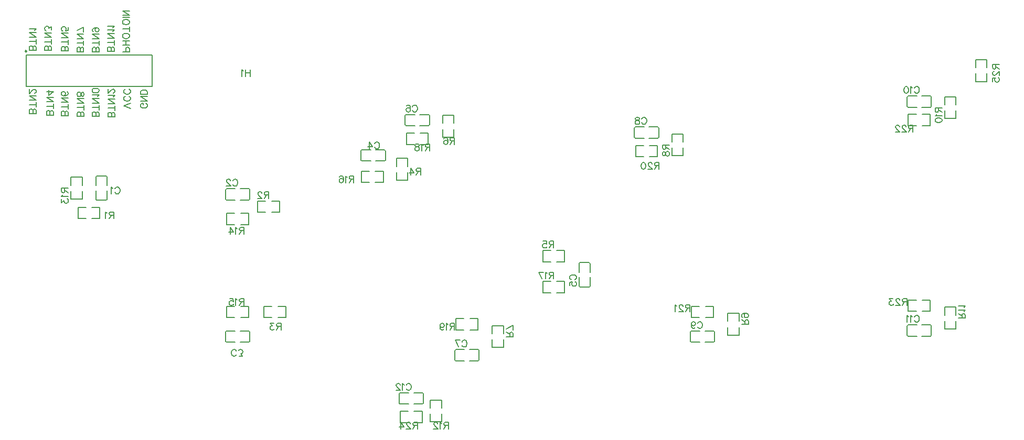
<source format=gbo>
G04 Layer: BottomSilkscreenLayer*
G04 EasyEDA v6.5.38, 2023-12-05 17:56:17*
G04 681b97978217455484aa44bc4d5c6028,9f3f2715377c499da2f37e4e16011465,10*
G04 Gerber Generator version 0.2*
G04 Scale: 100 percent, Rotated: No, Reflected: No *
G04 Dimensions in millimeters *
G04 leading zeros omitted , absolute positions ,4 integer and 5 decimal *
%FSLAX45Y45*%
%MOMM*%

%ADD10C,0.1524*%
%ADD11C,0.2032*%
%ADD12C,0.2540*%

%LPD*%
D10*
X5699988Y9365320D02*
G01*
X5699988Y9256217D01*
X5699988Y9365320D02*
G01*
X5653229Y9365320D01*
X5637644Y9360126D01*
X5632447Y9354929D01*
X5627253Y9344538D01*
X5627253Y9334146D01*
X5632447Y9323755D01*
X5637644Y9318561D01*
X5653229Y9313367D01*
X5699988Y9313367D01*
X5663620Y9313367D02*
G01*
X5627253Y9256217D01*
X5592963Y9344538D02*
G01*
X5582572Y9349734D01*
X5566984Y9365320D01*
X5566984Y9256217D01*
X5480740Y9365320D02*
G01*
X5532694Y9292584D01*
X5454764Y9292584D01*
X5480740Y9365320D02*
G01*
X5480740Y9256217D01*
X2346012Y12226607D02*
G01*
X2236909Y12226607D01*
X2346012Y12226607D02*
G01*
X2346012Y12273366D01*
X2340818Y12288951D01*
X2335621Y12294148D01*
X2325230Y12299342D01*
X2314839Y12299342D01*
X2304448Y12294148D01*
X2299253Y12288951D01*
X2294059Y12273366D01*
X2294059Y12226607D02*
G01*
X2294059Y12273366D01*
X2288862Y12288951D01*
X2283668Y12294148D01*
X2273277Y12299342D01*
X2257689Y12299342D01*
X2247298Y12294148D01*
X2242103Y12288951D01*
X2236909Y12273366D01*
X2236909Y12226607D01*
X2346012Y12370003D02*
G01*
X2236909Y12370003D01*
X2346012Y12333632D02*
G01*
X2346012Y12406370D01*
X2346012Y12440660D02*
G01*
X2236909Y12440660D01*
X2346012Y12440660D02*
G01*
X2236909Y12513396D01*
X2346012Y12513396D02*
G01*
X2236909Y12513396D01*
X2325230Y12547686D02*
G01*
X2330427Y12558077D01*
X2346012Y12573662D01*
X2236909Y12573662D01*
X2593883Y12224575D02*
G01*
X2484780Y12224575D01*
X2593883Y12224575D02*
G01*
X2593883Y12271334D01*
X2588689Y12286919D01*
X2583492Y12292116D01*
X2573101Y12297310D01*
X2562710Y12297310D01*
X2552318Y12292116D01*
X2547124Y12286919D01*
X2541930Y12271334D01*
X2541930Y12224575D02*
G01*
X2541930Y12271334D01*
X2536733Y12286919D01*
X2531539Y12292116D01*
X2521148Y12297310D01*
X2505560Y12297310D01*
X2495168Y12292116D01*
X2489974Y12286919D01*
X2484780Y12271334D01*
X2484780Y12224575D01*
X2593883Y12367971D02*
G01*
X2484780Y12367971D01*
X2593883Y12331600D02*
G01*
X2593883Y12404338D01*
X2593883Y12438628D02*
G01*
X2484780Y12438628D01*
X2593883Y12438628D02*
G01*
X2484780Y12511364D01*
X2593883Y12511364D02*
G01*
X2484780Y12511364D01*
X2593883Y12556045D02*
G01*
X2593883Y12613195D01*
X2552318Y12582022D01*
X2552318Y12597610D01*
X2547124Y12608001D01*
X2541930Y12613195D01*
X2526342Y12618389D01*
X2515951Y12618389D01*
X2500365Y12613195D01*
X2489974Y12602804D01*
X2484780Y12587218D01*
X2484780Y12571630D01*
X2489974Y12556045D01*
X2495168Y12550851D01*
X2505560Y12545654D01*
X2865003Y12217615D02*
G01*
X2755900Y12217615D01*
X2865003Y12217615D02*
G01*
X2865003Y12264374D01*
X2859808Y12279960D01*
X2854612Y12285157D01*
X2844220Y12290351D01*
X2833829Y12290351D01*
X2823438Y12285157D01*
X2818244Y12279960D01*
X2813050Y12264374D01*
X2813050Y12217615D02*
G01*
X2813050Y12264374D01*
X2807853Y12279960D01*
X2802658Y12285157D01*
X2792267Y12290351D01*
X2776679Y12290351D01*
X2766288Y12285157D01*
X2761094Y12279960D01*
X2755900Y12264374D01*
X2755900Y12217615D01*
X2865003Y12361011D02*
G01*
X2755900Y12361011D01*
X2865003Y12324641D02*
G01*
X2865003Y12397379D01*
X2865003Y12431669D02*
G01*
X2755900Y12431669D01*
X2865003Y12431669D02*
G01*
X2755900Y12504404D01*
X2865003Y12504404D02*
G01*
X2755900Y12504404D01*
X2865003Y12601041D02*
G01*
X2865003Y12549085D01*
X2818244Y12543891D01*
X2823438Y12549085D01*
X2828635Y12564671D01*
X2828635Y12580259D01*
X2823438Y12595844D01*
X2813050Y12606235D01*
X2797462Y12611430D01*
X2787070Y12611430D01*
X2771485Y12606235D01*
X2761094Y12595844D01*
X2755900Y12580259D01*
X2755900Y12564671D01*
X2761094Y12549085D01*
X2766288Y12543891D01*
X2776679Y12538694D01*
X3114014Y12204067D02*
G01*
X3004911Y12204067D01*
X3114014Y12204067D02*
G01*
X3114014Y12250826D01*
X3108820Y12266411D01*
X3103623Y12271608D01*
X3093232Y12276802D01*
X3082841Y12276802D01*
X3072450Y12271608D01*
X3067255Y12266411D01*
X3062061Y12250826D01*
X3062061Y12204067D02*
G01*
X3062061Y12250826D01*
X3056864Y12266411D01*
X3051670Y12271608D01*
X3041279Y12276802D01*
X3025691Y12276802D01*
X3015300Y12271608D01*
X3010105Y12266411D01*
X3004911Y12250826D01*
X3004911Y12204067D01*
X3114014Y12347463D02*
G01*
X3004911Y12347463D01*
X3114014Y12311092D02*
G01*
X3114014Y12383830D01*
X3114014Y12418120D02*
G01*
X3004911Y12418120D01*
X3114014Y12418120D02*
G01*
X3004911Y12490856D01*
X3114014Y12490856D02*
G01*
X3004911Y12490856D01*
X3114014Y12597881D02*
G01*
X3004911Y12545928D01*
X3114014Y12525146D02*
G01*
X3114014Y12597881D01*
X3364814Y12204070D02*
G01*
X3255711Y12204070D01*
X3364814Y12204070D02*
G01*
X3364814Y12250828D01*
X3359619Y12266414D01*
X3354423Y12271611D01*
X3344031Y12276805D01*
X3333640Y12276805D01*
X3323249Y12271611D01*
X3318055Y12266414D01*
X3312861Y12250828D01*
X3312861Y12204070D02*
G01*
X3312861Y12250828D01*
X3307664Y12266414D01*
X3302469Y12271611D01*
X3292078Y12276805D01*
X3276490Y12276805D01*
X3266099Y12271611D01*
X3260905Y12266414D01*
X3255711Y12250828D01*
X3255711Y12204070D01*
X3364814Y12347465D02*
G01*
X3255711Y12347465D01*
X3364814Y12311095D02*
G01*
X3364814Y12383833D01*
X3364814Y12418123D02*
G01*
X3255711Y12418123D01*
X3364814Y12418123D02*
G01*
X3255711Y12490858D01*
X3364814Y12490858D02*
G01*
X3255711Y12490858D01*
X3328446Y12592690D02*
G01*
X3312861Y12587495D01*
X3302469Y12577104D01*
X3297273Y12561516D01*
X3297273Y12556322D01*
X3302469Y12540734D01*
X3312861Y12530345D01*
X3328446Y12525148D01*
X3333640Y12525148D01*
X3349228Y12530345D01*
X3359619Y12540734D01*
X3364814Y12556322D01*
X3364814Y12561516D01*
X3359619Y12577104D01*
X3349228Y12587495D01*
X3328446Y12592690D01*
X3302469Y12592690D01*
X3276490Y12587495D01*
X3260905Y12577104D01*
X3255711Y12561516D01*
X3255711Y12551125D01*
X3260905Y12535540D01*
X3271296Y12530345D01*
X3607424Y12209241D02*
G01*
X3498321Y12209241D01*
X3607424Y12209241D02*
G01*
X3607424Y12256000D01*
X3602230Y12271585D01*
X3597033Y12276782D01*
X3586642Y12281976D01*
X3576251Y12281976D01*
X3565860Y12276782D01*
X3560665Y12271585D01*
X3555471Y12256000D01*
X3555471Y12209241D02*
G01*
X3555471Y12256000D01*
X3550274Y12271585D01*
X3545080Y12276782D01*
X3534689Y12281976D01*
X3519101Y12281976D01*
X3508710Y12276782D01*
X3503515Y12271585D01*
X3498321Y12256000D01*
X3498321Y12209241D01*
X3607424Y12352637D02*
G01*
X3498321Y12352637D01*
X3607424Y12316266D02*
G01*
X3607424Y12389004D01*
X3607424Y12423294D02*
G01*
X3498321Y12423294D01*
X3607424Y12423294D02*
G01*
X3498321Y12496030D01*
X3607424Y12496030D02*
G01*
X3498321Y12496030D01*
X3586642Y12530320D02*
G01*
X3591839Y12540711D01*
X3607424Y12556296D01*
X3498321Y12556296D01*
X3586642Y12590586D02*
G01*
X3591839Y12600978D01*
X3607424Y12616566D01*
X3498321Y12616566D01*
X3851267Y12204070D02*
G01*
X3742164Y12204070D01*
X3851267Y12204070D02*
G01*
X3851267Y12250828D01*
X3846073Y12266414D01*
X3840876Y12271611D01*
X3830485Y12276805D01*
X3814899Y12276805D01*
X3804508Y12271611D01*
X3799314Y12266414D01*
X3794117Y12250828D01*
X3794117Y12204070D01*
X3851267Y12311095D02*
G01*
X3742164Y12311095D01*
X3851267Y12383833D02*
G01*
X3742164Y12383833D01*
X3799314Y12311095D02*
G01*
X3799314Y12383833D01*
X3851267Y12449294D02*
G01*
X3846073Y12438905D01*
X3835681Y12428514D01*
X3825290Y12423317D01*
X3809702Y12418123D01*
X3783726Y12418123D01*
X3768140Y12423317D01*
X3757749Y12428514D01*
X3747358Y12438905D01*
X3742164Y12449294D01*
X3742164Y12470076D01*
X3747358Y12480467D01*
X3757749Y12490858D01*
X3768140Y12496055D01*
X3783726Y12501250D01*
X3809702Y12501250D01*
X3825290Y12496055D01*
X3835681Y12490858D01*
X3846073Y12480467D01*
X3851267Y12470076D01*
X3851267Y12449294D01*
X3851267Y12571907D02*
G01*
X3742164Y12571907D01*
X3851267Y12535540D02*
G01*
X3851267Y12608275D01*
X3851267Y12673738D02*
G01*
X3846073Y12663347D01*
X3835681Y12652956D01*
X3825290Y12647762D01*
X3809702Y12642565D01*
X3783726Y12642565D01*
X3768140Y12647762D01*
X3757749Y12652956D01*
X3747358Y12663347D01*
X3742164Y12673738D01*
X3742164Y12694521D01*
X3747358Y12704912D01*
X3757749Y12715303D01*
X3768140Y12720497D01*
X3783726Y12725694D01*
X3809702Y12725694D01*
X3825290Y12720497D01*
X3835681Y12715303D01*
X3846073Y12704912D01*
X3851267Y12694521D01*
X3851267Y12673738D01*
X3851267Y12759984D02*
G01*
X3742164Y12759984D01*
X3851267Y12794274D02*
G01*
X3742164Y12794274D01*
X3851267Y12794274D02*
G01*
X3742164Y12867010D01*
X3851267Y12867010D02*
G01*
X3742164Y12867010D01*
X2345339Y11207925D02*
G01*
X2236236Y11207925D01*
X2345339Y11207925D02*
G01*
X2345339Y11254684D01*
X2340145Y11270269D01*
X2334948Y11275466D01*
X2324557Y11280660D01*
X2314166Y11280660D01*
X2303774Y11275466D01*
X2298580Y11270269D01*
X2293386Y11254684D01*
X2293386Y11207925D02*
G01*
X2293386Y11254684D01*
X2288189Y11270269D01*
X2282995Y11275466D01*
X2272604Y11280660D01*
X2257016Y11280660D01*
X2246624Y11275466D01*
X2241430Y11270269D01*
X2236236Y11254684D01*
X2236236Y11207925D01*
X2345339Y11351320D02*
G01*
X2236236Y11351320D01*
X2345339Y11314950D02*
G01*
X2345339Y11387688D01*
X2345339Y11421978D02*
G01*
X2236236Y11421978D01*
X2345339Y11421978D02*
G01*
X2236236Y11494714D01*
X2345339Y11494714D02*
G01*
X2236236Y11494714D01*
X2319362Y11534200D02*
G01*
X2324557Y11534200D01*
X2334948Y11539395D01*
X2340145Y11544589D01*
X2345339Y11554980D01*
X2345339Y11575762D01*
X2340145Y11586154D01*
X2334948Y11591350D01*
X2324557Y11596545D01*
X2314166Y11596545D01*
X2303774Y11591350D01*
X2288189Y11580959D01*
X2236236Y11529004D01*
X2236236Y11601739D01*
X2624274Y11182433D02*
G01*
X2515171Y11182433D01*
X2624274Y11182433D02*
G01*
X2624274Y11229192D01*
X2619080Y11244778D01*
X2613883Y11249974D01*
X2603492Y11255169D01*
X2593101Y11255169D01*
X2582710Y11249974D01*
X2577515Y11244778D01*
X2572321Y11229192D01*
X2572321Y11182433D02*
G01*
X2572321Y11229192D01*
X2567124Y11244778D01*
X2561930Y11249974D01*
X2551539Y11255169D01*
X2535951Y11255169D01*
X2525560Y11249974D01*
X2520365Y11244778D01*
X2515171Y11229192D01*
X2515171Y11182433D01*
X2624274Y11325829D02*
G01*
X2515171Y11325829D01*
X2624274Y11289459D02*
G01*
X2624274Y11362197D01*
X2624274Y11396487D02*
G01*
X2515171Y11396487D01*
X2624274Y11396487D02*
G01*
X2515171Y11469222D01*
X2624274Y11469222D02*
G01*
X2515171Y11469222D01*
X2624274Y11555468D02*
G01*
X2551539Y11503512D01*
X2551539Y11581444D01*
X2624274Y11555468D02*
G01*
X2515171Y11555468D01*
X2862747Y11173495D02*
G01*
X2753644Y11173495D01*
X2862747Y11173495D02*
G01*
X2862747Y11220254D01*
X2857553Y11235839D01*
X2852356Y11241036D01*
X2841965Y11246230D01*
X2831574Y11246230D01*
X2821183Y11241036D01*
X2815988Y11235839D01*
X2810794Y11220254D01*
X2810794Y11173495D02*
G01*
X2810794Y11220254D01*
X2805597Y11235839D01*
X2800403Y11241036D01*
X2790012Y11246230D01*
X2774424Y11246230D01*
X2764033Y11241036D01*
X2758838Y11235839D01*
X2753644Y11220254D01*
X2753644Y11173495D01*
X2862747Y11316891D02*
G01*
X2753644Y11316891D01*
X2862747Y11280520D02*
G01*
X2862747Y11353258D01*
X2862747Y11387548D02*
G01*
X2753644Y11387548D01*
X2862747Y11387548D02*
G01*
X2753644Y11460284D01*
X2862747Y11460284D02*
G01*
X2753644Y11460284D01*
X2847162Y11556921D02*
G01*
X2857553Y11551724D01*
X2862747Y11536138D01*
X2862747Y11525747D01*
X2857553Y11510159D01*
X2841965Y11499771D01*
X2815988Y11494574D01*
X2790012Y11494574D01*
X2769229Y11499771D01*
X2758838Y11510159D01*
X2753644Y11525747D01*
X2753644Y11530942D01*
X2758838Y11546530D01*
X2769229Y11556921D01*
X2784815Y11562115D01*
X2790012Y11562115D01*
X2805597Y11556921D01*
X2815988Y11546530D01*
X2821183Y11530942D01*
X2821183Y11525747D01*
X2815988Y11510159D01*
X2805597Y11499771D01*
X2790012Y11494574D01*
X3118718Y11158915D02*
G01*
X3009615Y11158915D01*
X3118718Y11158915D02*
G01*
X3118718Y11205674D01*
X3113524Y11221260D01*
X3108327Y11226457D01*
X3097936Y11231651D01*
X3087545Y11231651D01*
X3077154Y11226457D01*
X3071959Y11221260D01*
X3066765Y11205674D01*
X3066765Y11158915D02*
G01*
X3066765Y11205674D01*
X3061568Y11221260D01*
X3056374Y11226457D01*
X3045983Y11231651D01*
X3030395Y11231651D01*
X3020004Y11226457D01*
X3014809Y11221260D01*
X3009615Y11205674D01*
X3009615Y11158915D01*
X3118718Y11302311D02*
G01*
X3009615Y11302311D01*
X3118718Y11265941D02*
G01*
X3118718Y11338679D01*
X3118718Y11372969D02*
G01*
X3009615Y11372969D01*
X3118718Y11372969D02*
G01*
X3009615Y11445704D01*
X3118718Y11445704D02*
G01*
X3009615Y11445704D01*
X3118718Y11505971D02*
G01*
X3113524Y11490385D01*
X3103133Y11485191D01*
X3092742Y11485191D01*
X3082350Y11490385D01*
X3077154Y11500777D01*
X3071959Y11521559D01*
X3066765Y11537144D01*
X3056374Y11547535D01*
X3045983Y11552730D01*
X3030395Y11552730D01*
X3020004Y11547535D01*
X3014809Y11542341D01*
X3009615Y11526753D01*
X3009615Y11505971D01*
X3014809Y11490385D01*
X3020004Y11485191D01*
X3030395Y11479994D01*
X3045983Y11479994D01*
X3056374Y11485191D01*
X3066765Y11495580D01*
X3071959Y11511168D01*
X3077154Y11531950D01*
X3082350Y11542341D01*
X3092742Y11547535D01*
X3103133Y11547535D01*
X3113524Y11542341D01*
X3118718Y11526753D01*
X3118718Y11505971D01*
X3362180Y11159949D02*
G01*
X3253077Y11159949D01*
X3362180Y11159949D02*
G01*
X3362180Y11206708D01*
X3356985Y11222294D01*
X3351789Y11227490D01*
X3341397Y11232685D01*
X3331006Y11232685D01*
X3320615Y11227490D01*
X3315421Y11222294D01*
X3310227Y11206708D01*
X3310227Y11159949D02*
G01*
X3310227Y11206708D01*
X3305030Y11222294D01*
X3299835Y11227490D01*
X3289444Y11232685D01*
X3273856Y11232685D01*
X3263465Y11227490D01*
X3258271Y11222294D01*
X3253077Y11206708D01*
X3253077Y11159949D01*
X3362180Y11303345D02*
G01*
X3253077Y11303345D01*
X3362180Y11266975D02*
G01*
X3362180Y11339713D01*
X3362180Y11374003D02*
G01*
X3253077Y11374003D01*
X3362180Y11374003D02*
G01*
X3253077Y11446738D01*
X3362180Y11446738D02*
G01*
X3253077Y11446738D01*
X3341397Y11481028D02*
G01*
X3346594Y11491419D01*
X3362180Y11507005D01*
X3253077Y11507005D01*
X3362180Y11572468D02*
G01*
X3356985Y11556883D01*
X3341397Y11546492D01*
X3315421Y11541295D01*
X3299835Y11541295D01*
X3273856Y11546492D01*
X3258271Y11556883D01*
X3253077Y11572468D01*
X3253077Y11582859D01*
X3258271Y11598445D01*
X3273856Y11608836D01*
X3299835Y11614033D01*
X3315421Y11614033D01*
X3341397Y11608836D01*
X3356985Y11598445D01*
X3362180Y11582859D01*
X3362180Y11572468D01*
X3615331Y11149977D02*
G01*
X3506228Y11149977D01*
X3615331Y11149977D02*
G01*
X3615331Y11196736D01*
X3610137Y11212321D01*
X3604940Y11217518D01*
X3594549Y11222713D01*
X3584158Y11222713D01*
X3573767Y11217518D01*
X3568572Y11212321D01*
X3563378Y11196736D01*
X3563378Y11149977D02*
G01*
X3563378Y11196736D01*
X3558181Y11212321D01*
X3552987Y11217518D01*
X3542596Y11222713D01*
X3527008Y11222713D01*
X3516617Y11217518D01*
X3511422Y11212321D01*
X3506228Y11196736D01*
X3506228Y11149977D01*
X3615331Y11293373D02*
G01*
X3506228Y11293373D01*
X3615331Y11257003D02*
G01*
X3615331Y11329741D01*
X3615331Y11364031D02*
G01*
X3506228Y11364031D01*
X3615331Y11364031D02*
G01*
X3506228Y11436766D01*
X3615331Y11436766D02*
G01*
X3506228Y11436766D01*
X3594549Y11471056D02*
G01*
X3599746Y11481447D01*
X3615331Y11497033D01*
X3506228Y11497033D01*
X3589355Y11536519D02*
G01*
X3594549Y11536519D01*
X3604940Y11541714D01*
X3610137Y11546911D01*
X3615331Y11557302D01*
X3615331Y11578081D01*
X3610137Y11588473D01*
X3604940Y11593669D01*
X3594549Y11598864D01*
X3584158Y11598864D01*
X3573767Y11593669D01*
X3558181Y11583278D01*
X3506228Y11531323D01*
X3506228Y11604061D01*
X3869519Y11290617D02*
G01*
X3760416Y11332182D01*
X3869519Y11373744D02*
G01*
X3760416Y11332182D01*
X3843543Y11485966D02*
G01*
X3853934Y11480772D01*
X3864325Y11470380D01*
X3869519Y11459989D01*
X3869519Y11439207D01*
X3864325Y11428816D01*
X3853934Y11418425D01*
X3843543Y11413230D01*
X3827955Y11408034D01*
X3801978Y11408034D01*
X3786393Y11413230D01*
X3776002Y11418425D01*
X3765610Y11428816D01*
X3760416Y11439207D01*
X3760416Y11459989D01*
X3765610Y11470380D01*
X3776002Y11480772D01*
X3786393Y11485966D01*
X3843543Y11598188D02*
G01*
X3853934Y11592991D01*
X3864325Y11582603D01*
X3869519Y11572212D01*
X3869519Y11551429D01*
X3864325Y11541038D01*
X3853934Y11530647D01*
X3843543Y11525453D01*
X3827955Y11520256D01*
X3801978Y11520256D01*
X3786393Y11525453D01*
X3776002Y11530647D01*
X3765610Y11541038D01*
X3760416Y11551429D01*
X3760416Y11572212D01*
X3765610Y11582603D01*
X3776002Y11592991D01*
X3786393Y11598188D01*
X4114749Y11372027D02*
G01*
X4125140Y11366830D01*
X4135531Y11356439D01*
X4140725Y11346050D01*
X4140725Y11325268D01*
X4135531Y11314877D01*
X4125140Y11304485D01*
X4114749Y11299289D01*
X4099161Y11294094D01*
X4073184Y11294094D01*
X4057599Y11299289D01*
X4047208Y11304485D01*
X4036816Y11314877D01*
X4031622Y11325268D01*
X4031622Y11346050D01*
X4036816Y11356439D01*
X4047208Y11366830D01*
X4057599Y11372027D01*
X4073184Y11372027D01*
X4073184Y11346050D02*
G01*
X4073184Y11372027D01*
X4140725Y11406317D02*
G01*
X4031622Y11406317D01*
X4140725Y11406317D02*
G01*
X4031622Y11479052D01*
X4140725Y11479052D02*
G01*
X4031622Y11479052D01*
X4140725Y11513342D02*
G01*
X4031622Y11513342D01*
X4140725Y11513342D02*
G01*
X4140725Y11549710D01*
X4135531Y11565298D01*
X4125140Y11575689D01*
X4114749Y11580883D01*
X4099161Y11586080D01*
X4073184Y11586080D01*
X4057599Y11580883D01*
X4047208Y11575689D01*
X4036816Y11565298D01*
X4031622Y11549710D01*
X4031622Y11513342D01*
X3622014Y9989388D02*
G01*
X3627348Y9999802D01*
X3637762Y10010216D01*
X3647922Y10015296D01*
X3668750Y10015296D01*
X3679164Y10010216D01*
X3689578Y9999802D01*
X3694912Y9989388D01*
X3699992Y9973640D01*
X3699992Y9947732D01*
X3694912Y9932238D01*
X3689578Y9921824D01*
X3679164Y9911410D01*
X3668750Y9906330D01*
X3647922Y9906330D01*
X3637762Y9911410D01*
X3627348Y9921824D01*
X3622014Y9932238D01*
X3587724Y9994468D02*
G01*
X3577310Y9999802D01*
X3561816Y10015296D01*
X3561816Y9906330D01*
X5522010Y10116388D02*
G01*
X5527344Y10126802D01*
X5537758Y10137216D01*
X5547918Y10142296D01*
X5568746Y10142296D01*
X5579160Y10137216D01*
X5589574Y10126802D01*
X5594908Y10116388D01*
X5599988Y10100640D01*
X5599988Y10074732D01*
X5594908Y10059238D01*
X5589574Y10048824D01*
X5579160Y10038410D01*
X5568746Y10033330D01*
X5547918Y10033330D01*
X5537758Y10038410D01*
X5527344Y10048824D01*
X5522010Y10059238D01*
X5482640Y10116388D02*
G01*
X5482640Y10121468D01*
X5477306Y10131882D01*
X5472226Y10137216D01*
X5461812Y10142296D01*
X5440984Y10142296D01*
X5430570Y10137216D01*
X5425490Y10131882D01*
X5420156Y10121468D01*
X5420156Y10111054D01*
X5425490Y10100640D01*
X5435904Y10085146D01*
X5487720Y10033330D01*
X5415076Y10033330D01*
X5577966Y7310577D02*
G01*
X5572633Y7300163D01*
X5562218Y7289749D01*
X5552059Y7284669D01*
X5531231Y7284669D01*
X5520816Y7289749D01*
X5510402Y7300163D01*
X5505068Y7310577D01*
X5499988Y7326325D01*
X5499988Y7352233D01*
X5505068Y7367727D01*
X5510402Y7378141D01*
X5520816Y7388555D01*
X5531231Y7393635D01*
X5552059Y7393635D01*
X5562218Y7388555D01*
X5572633Y7378141D01*
X5577966Y7367727D01*
X5622670Y7284669D02*
G01*
X5679820Y7284669D01*
X5648579Y7326325D01*
X5664072Y7326325D01*
X5674486Y7331405D01*
X5679820Y7336485D01*
X5684900Y7352233D01*
X5684900Y7362647D01*
X5679820Y7378141D01*
X5669406Y7388555D01*
X5653659Y7393635D01*
X5638165Y7393635D01*
X5622670Y7388555D01*
X5617336Y7383475D01*
X5612256Y7373061D01*
X7808645Y10718266D02*
G01*
X7813979Y10728680D01*
X7824393Y10739094D01*
X7834553Y10744174D01*
X7855381Y10744174D01*
X7865795Y10739094D01*
X7876209Y10728680D01*
X7881543Y10718266D01*
X7886623Y10702518D01*
X7886623Y10676610D01*
X7881543Y10661116D01*
X7876209Y10650702D01*
X7865795Y10640288D01*
X7855381Y10635208D01*
X7834553Y10635208D01*
X7824393Y10640288D01*
X7813979Y10650702D01*
X7808645Y10661116D01*
X7722539Y10744174D02*
G01*
X7774355Y10671530D01*
X7696377Y10671530D01*
X7722539Y10744174D02*
G01*
X7722539Y10635208D01*
X10983569Y8522004D02*
G01*
X10973155Y8527338D01*
X10962741Y8537752D01*
X10957661Y8547912D01*
X10957661Y8568740D01*
X10962741Y8579154D01*
X10973155Y8589568D01*
X10983569Y8594902D01*
X10999317Y8599982D01*
X11025225Y8599982D01*
X11040719Y8594902D01*
X11051133Y8589568D01*
X11061547Y8579154D01*
X11066627Y8568740D01*
X11066627Y8547912D01*
X11061547Y8537752D01*
X11051133Y8527338D01*
X11040719Y8522004D01*
X10957661Y8425484D02*
G01*
X10957661Y8477300D01*
X11004397Y8482634D01*
X10999317Y8477300D01*
X10993983Y8461806D01*
X10993983Y8446312D01*
X10999317Y8430564D01*
X11009477Y8420150D01*
X11025225Y8415070D01*
X11035639Y8415070D01*
X11051133Y8420150D01*
X11061547Y8430564D01*
X11066627Y8446312D01*
X11066627Y8461806D01*
X11061547Y8477300D01*
X11056467Y8482634D01*
X11046053Y8487714D01*
X8422004Y11316385D02*
G01*
X8427338Y11326799D01*
X8437752Y11337213D01*
X8447913Y11342293D01*
X8468740Y11342293D01*
X8479154Y11337213D01*
X8489568Y11326799D01*
X8494902Y11316385D01*
X8499983Y11300637D01*
X8499983Y11274729D01*
X8494902Y11259235D01*
X8489568Y11248821D01*
X8479154Y11238407D01*
X8468740Y11233327D01*
X8447913Y11233327D01*
X8437752Y11238407D01*
X8427338Y11248821D01*
X8422004Y11259235D01*
X8325484Y11326799D02*
G01*
X8330565Y11337213D01*
X8346313Y11342293D01*
X8356472Y11342293D01*
X8372220Y11337213D01*
X8382634Y11321465D01*
X8387715Y11295557D01*
X8387715Y11269649D01*
X8382634Y11248821D01*
X8372220Y11238407D01*
X8356472Y11233327D01*
X8351393Y11233327D01*
X8335899Y11238407D01*
X8325484Y11248821D01*
X8320150Y11264315D01*
X8320150Y11269649D01*
X8325484Y11285143D01*
X8335899Y11295557D01*
X8351393Y11300637D01*
X8356472Y11300637D01*
X8372220Y11295557D01*
X8382634Y11285143D01*
X8387715Y11269649D01*
X3599992Y9615296D02*
G01*
X3599992Y9506330D01*
X3599992Y9615296D02*
G01*
X3553256Y9615296D01*
X3537762Y9610217D01*
X3532428Y9604883D01*
X3527348Y9594469D01*
X3527348Y9584054D01*
X3532428Y9573640D01*
X3537762Y9568561D01*
X3553256Y9563480D01*
X3599992Y9563480D01*
X3563670Y9563480D02*
G01*
X3527348Y9506330D01*
X3493058Y9594469D02*
G01*
X3482644Y9599803D01*
X3466896Y9615296D01*
X3466896Y9506330D01*
X6099987Y9942296D02*
G01*
X6099987Y9833330D01*
X6099987Y9942296D02*
G01*
X6053251Y9942296D01*
X6037757Y9937216D01*
X6032423Y9931882D01*
X6027343Y9921468D01*
X6027343Y9911054D01*
X6032423Y9900640D01*
X6037757Y9895560D01*
X6053251Y9890480D01*
X6099987Y9890480D01*
X6063665Y9890480D02*
G01*
X6027343Y9833330D01*
X5987719Y9916388D02*
G01*
X5987719Y9921468D01*
X5982639Y9931882D01*
X5977305Y9937216D01*
X5966891Y9942296D01*
X5946317Y9942296D01*
X5935903Y9937216D01*
X5930569Y9931882D01*
X5925489Y9921468D01*
X5925489Y9911054D01*
X5930569Y9900640D01*
X5940983Y9885146D01*
X5993053Y9833330D01*
X5920155Y9833330D01*
X6299987Y7815300D02*
G01*
X6299987Y7706334D01*
X6299987Y7815300D02*
G01*
X6253251Y7815300D01*
X6237757Y7810220D01*
X6232423Y7804886D01*
X6227343Y7794472D01*
X6227343Y7784058D01*
X6232423Y7773644D01*
X6237757Y7768564D01*
X6253251Y7763484D01*
X6299987Y7763484D01*
X6263665Y7763484D02*
G01*
X6227343Y7706334D01*
X6182639Y7815300D02*
G01*
X6125489Y7815300D01*
X6156477Y7773644D01*
X6140983Y7773644D01*
X6130569Y7768564D01*
X6125489Y7763484D01*
X6120155Y7747736D01*
X6120155Y7737322D01*
X6125489Y7721828D01*
X6135903Y7711414D01*
X6151397Y7706334D01*
X6166891Y7706334D01*
X6182639Y7711414D01*
X6187719Y7716494D01*
X6193053Y7726908D01*
X8552756Y10320467D02*
G01*
X8552756Y10211501D01*
X8552756Y10320467D02*
G01*
X8506020Y10320467D01*
X8490526Y10315387D01*
X8485192Y10310053D01*
X8480112Y10299639D01*
X8480112Y10289225D01*
X8485192Y10278811D01*
X8490526Y10273731D01*
X8506020Y10268651D01*
X8552756Y10268651D01*
X8516434Y10268651D02*
G01*
X8480112Y10211501D01*
X8393752Y10320467D02*
G01*
X8445822Y10247823D01*
X8367844Y10247823D01*
X8393752Y10320467D02*
G01*
X8393752Y10211501D01*
X10699978Y9142298D02*
G01*
X10699978Y9033332D01*
X10699978Y9142298D02*
G01*
X10653242Y9142298D01*
X10637748Y9137218D01*
X10632414Y9131884D01*
X10627334Y9121470D01*
X10627334Y9111056D01*
X10632414Y9100642D01*
X10637748Y9095562D01*
X10653242Y9090482D01*
X10699978Y9090482D01*
X10663656Y9090482D02*
G01*
X10627334Y9033332D01*
X10530560Y9142298D02*
G01*
X10582630Y9142298D01*
X10587710Y9095562D01*
X10582630Y9100642D01*
X10566882Y9105976D01*
X10551388Y9105976D01*
X10535894Y9100642D01*
X10525480Y9090482D01*
X10520146Y9074734D01*
X10520146Y9064320D01*
X10525480Y9048826D01*
X10535894Y9038412D01*
X10551388Y9033332D01*
X10566882Y9033332D01*
X10582630Y9038412D01*
X10587710Y9043492D01*
X10593044Y9053906D01*
X9099981Y10815294D02*
G01*
X9099981Y10706328D01*
X9099981Y10815294D02*
G01*
X9053245Y10815294D01*
X9037751Y10810214D01*
X9032417Y10804880D01*
X9027337Y10794466D01*
X9027337Y10784052D01*
X9032417Y10773638D01*
X9037751Y10768558D01*
X9053245Y10763478D01*
X9099981Y10763478D01*
X9063659Y10763478D02*
G01*
X9027337Y10706328D01*
X8930563Y10799800D02*
G01*
X8935897Y10810214D01*
X8951391Y10815294D01*
X8961805Y10815294D01*
X8977299Y10810214D01*
X8987713Y10794466D01*
X8993047Y10768558D01*
X8993047Y10742650D01*
X8987713Y10721822D01*
X8977299Y10711408D01*
X8961805Y10706328D01*
X8956471Y10706328D01*
X8940977Y10711408D01*
X8930563Y10721822D01*
X8925483Y10737316D01*
X8925483Y10742650D01*
X8930563Y10758144D01*
X8940977Y10768558D01*
X8956471Y10773638D01*
X8961805Y10773638D01*
X8977299Y10768558D01*
X8987713Y10758144D01*
X8993047Y10742650D01*
X9222049Y7516347D02*
G01*
X9227245Y7526738D01*
X9237637Y7537129D01*
X9248025Y7542324D01*
X9268807Y7542324D01*
X9279199Y7537129D01*
X9289590Y7526738D01*
X9294787Y7516347D01*
X9299981Y7500759D01*
X9299981Y7474783D01*
X9294787Y7459197D01*
X9289590Y7448806D01*
X9279199Y7438415D01*
X9268807Y7433221D01*
X9248025Y7433221D01*
X9237637Y7438415D01*
X9227245Y7448806D01*
X9222049Y7459197D01*
X9115023Y7542324D02*
G01*
X9166976Y7433221D01*
X9187759Y7542324D02*
G01*
X9115023Y7542324D01*
X12122043Y11116340D02*
G01*
X12127240Y11126731D01*
X12137631Y11137122D01*
X12148019Y11142317D01*
X12168802Y11142317D01*
X12179193Y11137122D01*
X12189584Y11126731D01*
X12194781Y11116340D01*
X12199975Y11100752D01*
X12199975Y11074775D01*
X12194781Y11059190D01*
X12189584Y11048799D01*
X12179193Y11038408D01*
X12168802Y11033213D01*
X12148019Y11033213D01*
X12137631Y11038408D01*
X12127240Y11048799D01*
X12122043Y11059190D01*
X12061776Y11142317D02*
G01*
X12077362Y11137122D01*
X12082559Y11126731D01*
X12082559Y11116340D01*
X12077362Y11105949D01*
X12066971Y11100752D01*
X12046191Y11095558D01*
X12030603Y11090363D01*
X12020212Y11079972D01*
X12015017Y11069581D01*
X12015017Y11053993D01*
X12020212Y11043602D01*
X12025409Y11038408D01*
X12040994Y11033213D01*
X12061776Y11033213D01*
X12077362Y11038408D01*
X12082559Y11043602D01*
X12087753Y11053993D01*
X12087753Y11069581D01*
X12082559Y11079972D01*
X12072167Y11090363D01*
X12056579Y11095558D01*
X12035800Y11100752D01*
X12025409Y11105949D01*
X12020212Y11116340D01*
X12020212Y11126731D01*
X12025409Y11137122D01*
X12040994Y11142317D01*
X12061776Y11142317D01*
X13022041Y7816347D02*
G01*
X13027238Y7826738D01*
X13037629Y7837129D01*
X13048018Y7842323D01*
X13068800Y7842323D01*
X13079191Y7837129D01*
X13089582Y7826738D01*
X13094779Y7816347D01*
X13099973Y7800759D01*
X13099973Y7774782D01*
X13094779Y7759197D01*
X13089582Y7748805D01*
X13079191Y7738414D01*
X13068800Y7733220D01*
X13048018Y7733220D01*
X13037629Y7738414D01*
X13027238Y7748805D01*
X13022041Y7759197D01*
X12920210Y7805955D02*
G01*
X12925407Y7790370D01*
X12935798Y7779979D01*
X12951383Y7774782D01*
X12956578Y7774782D01*
X12972166Y7779979D01*
X12982557Y7790370D01*
X12987751Y7805955D01*
X12987751Y7811150D01*
X12982557Y7826738D01*
X12972166Y7837129D01*
X12956578Y7842323D01*
X12951383Y7842323D01*
X12935798Y7837129D01*
X12925407Y7826738D01*
X12920210Y7805955D01*
X12920210Y7779979D01*
X12925407Y7754000D01*
X12935798Y7738414D01*
X12951383Y7733220D01*
X12961774Y7733220D01*
X12977360Y7738414D01*
X12982557Y7748805D01*
X16522034Y11616339D02*
G01*
X16527231Y11626730D01*
X16537622Y11637121D01*
X16548011Y11642316D01*
X16568793Y11642316D01*
X16579184Y11637121D01*
X16589575Y11626730D01*
X16594772Y11616339D01*
X16599966Y11600751D01*
X16599966Y11574774D01*
X16594772Y11559189D01*
X16589575Y11548798D01*
X16579184Y11538407D01*
X16568793Y11533212D01*
X16548011Y11533212D01*
X16537622Y11538407D01*
X16527231Y11548798D01*
X16522034Y11559189D01*
X16487744Y11621533D02*
G01*
X16477353Y11626730D01*
X16461767Y11642316D01*
X16461767Y11533212D01*
X16396304Y11642316D02*
G01*
X16411892Y11637121D01*
X16422281Y11621533D01*
X16427477Y11595557D01*
X16427477Y11579971D01*
X16422281Y11553992D01*
X16411892Y11538407D01*
X16396304Y11533212D01*
X16385913Y11533212D01*
X16370327Y11538407D01*
X16359936Y11553992D01*
X16354742Y11579971D01*
X16354742Y11595557D01*
X16359936Y11621533D01*
X16370327Y11637121D01*
X16385913Y11642316D01*
X16396304Y11642316D01*
X16522034Y7916346D02*
G01*
X16527231Y7926738D01*
X16537622Y7937129D01*
X16548011Y7942323D01*
X16568793Y7942323D01*
X16579184Y7937129D01*
X16589575Y7926738D01*
X16594772Y7916346D01*
X16599966Y7900758D01*
X16599966Y7874782D01*
X16594772Y7859196D01*
X16589575Y7848805D01*
X16579184Y7838414D01*
X16568793Y7833220D01*
X16548011Y7833220D01*
X16537622Y7838414D01*
X16527231Y7848805D01*
X16522034Y7859196D01*
X16487744Y7921541D02*
G01*
X16477353Y7926738D01*
X16461767Y7942323D01*
X16461767Y7833220D01*
X16427477Y7921541D02*
G01*
X16417086Y7926738D01*
X16401501Y7942323D01*
X16401501Y7833220D01*
X8322050Y6816349D02*
G01*
X8327247Y6826740D01*
X8337638Y6837131D01*
X8348027Y6842325D01*
X8368809Y6842325D01*
X8379200Y6837131D01*
X8389592Y6826740D01*
X8394788Y6816349D01*
X8399983Y6800761D01*
X8399983Y6774784D01*
X8394788Y6759199D01*
X8389592Y6748807D01*
X8379200Y6738416D01*
X8368809Y6733222D01*
X8348027Y6733222D01*
X8337638Y6738416D01*
X8327247Y6748807D01*
X8322050Y6759199D01*
X8287760Y6821543D02*
G01*
X8277369Y6826740D01*
X8261784Y6842325D01*
X8261784Y6733222D01*
X8222297Y6816349D02*
G01*
X8222297Y6821543D01*
X8217103Y6831934D01*
X8211908Y6837131D01*
X8201517Y6842325D01*
X8180735Y6842325D01*
X8170344Y6837131D01*
X8165147Y6831934D01*
X8159953Y6821543D01*
X8159953Y6811152D01*
X8165147Y6800761D01*
X8175538Y6785175D01*
X8227494Y6733222D01*
X8154758Y6733222D01*
X5799988Y11915315D02*
G01*
X5799988Y11806212D01*
X5727252Y11915315D02*
G01*
X5727252Y11806212D01*
X5799988Y11863362D02*
G01*
X5727252Y11863362D01*
X5692962Y11894532D02*
G01*
X5682571Y11899729D01*
X5666983Y11915315D01*
X5666983Y11806212D01*
X10042319Y7599984D02*
G01*
X9933216Y7599984D01*
X10042319Y7599984D02*
G01*
X10042319Y7646743D01*
X10037124Y7662329D01*
X10031928Y7667525D01*
X10021536Y7672720D01*
X10011145Y7672720D01*
X10000754Y7667525D01*
X9995560Y7662329D01*
X9990366Y7646743D01*
X9990366Y7599984D01*
X9990366Y7636352D02*
G01*
X9933216Y7672720D01*
X10042319Y7779748D02*
G01*
X9933216Y7727792D01*
X10042319Y7707010D02*
G01*
X10042319Y7779748D01*
X12457635Y10699978D02*
G01*
X12566738Y10699978D01*
X12457635Y10699978D02*
G01*
X12457635Y10653219D01*
X12462830Y10637634D01*
X12468026Y10632437D01*
X12478418Y10627243D01*
X12488809Y10627243D01*
X12499200Y10632437D01*
X12504394Y10637634D01*
X12509588Y10653219D01*
X12509588Y10699978D01*
X12509588Y10663610D02*
G01*
X12566738Y10627243D01*
X12457635Y10566974D02*
G01*
X12462830Y10582562D01*
X12473221Y10587756D01*
X12483612Y10587756D01*
X12494003Y10582562D01*
X12499200Y10572170D01*
X12504394Y10551388D01*
X12509588Y10535803D01*
X12519980Y10525412D01*
X12530371Y10520215D01*
X12545959Y10520215D01*
X12556350Y10525412D01*
X12561544Y10530606D01*
X12566738Y10546194D01*
X12566738Y10566974D01*
X12561544Y10582562D01*
X12556350Y10587756D01*
X12545959Y10592953D01*
X12530371Y10592953D01*
X12519980Y10587756D01*
X12509588Y10577365D01*
X12504394Y10561779D01*
X12499200Y10540997D01*
X12494003Y10530606D01*
X12483612Y10525412D01*
X12473221Y10525412D01*
X12462830Y10530606D01*
X12457635Y10546194D01*
X12457635Y10566974D01*
X13842311Y7799984D02*
G01*
X13733208Y7799984D01*
X13842311Y7799984D02*
G01*
X13842311Y7846743D01*
X13837117Y7862328D01*
X13831920Y7867525D01*
X13821529Y7872719D01*
X13811138Y7872719D01*
X13800747Y7867525D01*
X13795552Y7862328D01*
X13790358Y7846743D01*
X13790358Y7799984D01*
X13790358Y7836352D02*
G01*
X13733208Y7872719D01*
X13805943Y7974550D02*
G01*
X13790358Y7969356D01*
X13779967Y7958965D01*
X13774770Y7943380D01*
X13774770Y7938183D01*
X13779967Y7922597D01*
X13790358Y7912206D01*
X13805943Y7907009D01*
X13811138Y7907009D01*
X13826726Y7912206D01*
X13837117Y7922597D01*
X13842311Y7938183D01*
X13842311Y7943380D01*
X13837117Y7958965D01*
X13826726Y7969356D01*
X13805943Y7974550D01*
X13779967Y7974550D01*
X13753988Y7969356D01*
X13738402Y7958965D01*
X13733208Y7943380D01*
X13733208Y7932988D01*
X13738402Y7917400D01*
X13748793Y7912206D01*
X16857626Y11299977D02*
G01*
X16966730Y11299977D01*
X16857626Y11299977D02*
G01*
X16857626Y11253218D01*
X16862821Y11237633D01*
X16868018Y11232436D01*
X16878409Y11227241D01*
X16888800Y11227241D01*
X16899191Y11232436D01*
X16904385Y11237633D01*
X16909580Y11253218D01*
X16909580Y11299977D01*
X16909580Y11263609D02*
G01*
X16966730Y11227241D01*
X16878409Y11192951D02*
G01*
X16873212Y11182560D01*
X16857626Y11166972D01*
X16966730Y11166972D01*
X16857626Y11101511D02*
G01*
X16862821Y11117097D01*
X16878409Y11127488D01*
X16904385Y11132682D01*
X16919971Y11132682D01*
X16945950Y11127488D01*
X16961535Y11117097D01*
X16966730Y11101511D01*
X16966730Y11091120D01*
X16961535Y11075532D01*
X16945950Y11065141D01*
X16919971Y11059947D01*
X16904385Y11059947D01*
X16878409Y11065141D01*
X16862821Y11075532D01*
X16857626Y11091120D01*
X16857626Y11101511D01*
X17342304Y7899984D02*
G01*
X17233201Y7899984D01*
X17342304Y7899984D02*
G01*
X17342304Y7946743D01*
X17337110Y7962328D01*
X17331913Y7967525D01*
X17321522Y7972719D01*
X17311131Y7972719D01*
X17300740Y7967525D01*
X17295545Y7962328D01*
X17290351Y7946743D01*
X17290351Y7899984D01*
X17290351Y7936351D02*
G01*
X17233201Y7972719D01*
X17321522Y8007009D02*
G01*
X17326719Y8017400D01*
X17342304Y8032988D01*
X17233201Y8032988D01*
X17321522Y8067278D02*
G01*
X17326719Y8077669D01*
X17342304Y8093255D01*
X17233201Y8093255D01*
X8999981Y6215326D02*
G01*
X8999981Y6106223D01*
X8999981Y6215326D02*
G01*
X8953223Y6215326D01*
X8937637Y6210132D01*
X8932440Y6204935D01*
X8927246Y6194544D01*
X8927246Y6184153D01*
X8932440Y6173762D01*
X8937637Y6168567D01*
X8953223Y6163373D01*
X8999981Y6163373D01*
X8963614Y6163373D02*
G01*
X8927246Y6106223D01*
X8892956Y6194544D02*
G01*
X8882565Y6199741D01*
X8866977Y6215326D01*
X8866977Y6106223D01*
X8827493Y6189350D02*
G01*
X8827493Y6194544D01*
X8822296Y6204935D01*
X8817102Y6210132D01*
X8806710Y6215326D01*
X8785928Y6215326D01*
X8775537Y6210132D01*
X8770343Y6204935D01*
X8765146Y6194544D01*
X8765146Y6184153D01*
X8770343Y6173762D01*
X8780734Y6158176D01*
X8832687Y6106223D01*
X8759952Y6106223D01*
X2757655Y9999979D02*
G01*
X2866758Y9999979D01*
X2757655Y9999979D02*
G01*
X2757655Y9953221D01*
X2762849Y9937635D01*
X2768046Y9932438D01*
X2778437Y9927244D01*
X2788828Y9927244D01*
X2799219Y9932438D01*
X2804413Y9937635D01*
X2809608Y9953221D01*
X2809608Y9999979D01*
X2809608Y9963612D02*
G01*
X2866758Y9927244D01*
X2778437Y9892954D02*
G01*
X2773240Y9882563D01*
X2757655Y9866975D01*
X2866758Y9866975D01*
X2757655Y9822294D02*
G01*
X2757655Y9765144D01*
X2799219Y9796317D01*
X2799219Y9780732D01*
X2804413Y9770341D01*
X2809608Y9765144D01*
X2825196Y9759950D01*
X2835587Y9759950D01*
X2851172Y9765144D01*
X2861563Y9775535D01*
X2866758Y9791123D01*
X2866758Y9806708D01*
X2861563Y9822294D01*
X2856369Y9827491D01*
X2845978Y9832685D01*
X5699988Y8215322D02*
G01*
X5699988Y8106219D01*
X5699988Y8215322D02*
G01*
X5653229Y8215322D01*
X5637644Y8210128D01*
X5632447Y8204931D01*
X5627253Y8194540D01*
X5627253Y8184149D01*
X5632447Y8173758D01*
X5637644Y8168563D01*
X5653229Y8163369D01*
X5699988Y8163369D01*
X5663620Y8163369D02*
G01*
X5627253Y8106219D01*
X5592963Y8194540D02*
G01*
X5582572Y8199737D01*
X5566984Y8215322D01*
X5566984Y8106219D01*
X5470349Y8215322D02*
G01*
X5522302Y8215322D01*
X5527499Y8168563D01*
X5522302Y8173758D01*
X5506717Y8178954D01*
X5491132Y8178954D01*
X5475544Y8173758D01*
X5465152Y8163369D01*
X5459958Y8147781D01*
X5459958Y8137390D01*
X5465152Y8121804D01*
X5475544Y8111413D01*
X5491132Y8106219D01*
X5506717Y8106219D01*
X5522302Y8111413D01*
X5527499Y8116608D01*
X5532694Y8126999D01*
X7473076Y10198387D02*
G01*
X7473076Y10089283D01*
X7473076Y10198387D02*
G01*
X7426317Y10198387D01*
X7410731Y10193192D01*
X7405535Y10187995D01*
X7400340Y10177604D01*
X7400340Y10167213D01*
X7405535Y10156822D01*
X7410731Y10151628D01*
X7426317Y10146433D01*
X7473076Y10146433D01*
X7436708Y10146433D02*
G01*
X7400340Y10089283D01*
X7366050Y10177604D02*
G01*
X7355659Y10182801D01*
X7340071Y10198387D01*
X7340071Y10089283D01*
X7243437Y10182801D02*
G01*
X7248631Y10193192D01*
X7264219Y10198387D01*
X7274610Y10198387D01*
X7290196Y10193192D01*
X7300587Y10177604D01*
X7305781Y10151628D01*
X7305781Y10125651D01*
X7300587Y10104869D01*
X7290196Y10094478D01*
X7274610Y10089283D01*
X7269413Y10089283D01*
X7253828Y10094478D01*
X7243437Y10104869D01*
X7238240Y10120454D01*
X7238240Y10125651D01*
X7243437Y10141237D01*
X7253828Y10151628D01*
X7269413Y10156822D01*
X7274610Y10156822D01*
X7290196Y10151628D01*
X7300587Y10141237D01*
X7305781Y10125651D01*
X10699978Y8642322D02*
G01*
X10699978Y8533218D01*
X10699978Y8642322D02*
G01*
X10653219Y8642322D01*
X10637634Y8637127D01*
X10632437Y8631930D01*
X10627243Y8621539D01*
X10627243Y8611148D01*
X10632437Y8600757D01*
X10637634Y8595563D01*
X10653219Y8590368D01*
X10699978Y8590368D01*
X10663610Y8590368D02*
G01*
X10627243Y8533218D01*
X10592953Y8621539D02*
G01*
X10582562Y8626736D01*
X10566974Y8642322D01*
X10566974Y8533218D01*
X10459948Y8642322D02*
G01*
X10511904Y8533218D01*
X10532684Y8642322D02*
G01*
X10459948Y8642322D01*
X8699982Y10715317D02*
G01*
X8699982Y10606214D01*
X8699982Y10715317D02*
G01*
X8653223Y10715317D01*
X8637638Y10710123D01*
X8632441Y10704926D01*
X8627247Y10694535D01*
X8627247Y10684144D01*
X8632441Y10673753D01*
X8637638Y10668558D01*
X8653223Y10663364D01*
X8699982Y10663364D01*
X8663614Y10663364D02*
G01*
X8627247Y10606214D01*
X8592957Y10694535D02*
G01*
X8582566Y10699732D01*
X8566978Y10715317D01*
X8566978Y10606214D01*
X8506711Y10715317D02*
G01*
X8522296Y10710123D01*
X8527493Y10699732D01*
X8527493Y10689341D01*
X8522296Y10678949D01*
X8511908Y10673753D01*
X8491126Y10668558D01*
X8475538Y10663364D01*
X8465146Y10652973D01*
X8459952Y10642582D01*
X8459952Y10626994D01*
X8465146Y10616603D01*
X8470343Y10611408D01*
X8485929Y10606214D01*
X8506711Y10606214D01*
X8522296Y10611408D01*
X8527493Y10616603D01*
X8532688Y10626994D01*
X8532688Y10642582D01*
X8527493Y10652973D01*
X8517102Y10663364D01*
X8501517Y10668558D01*
X8480734Y10673753D01*
X8470343Y10678949D01*
X8465146Y10689341D01*
X8465146Y10699732D01*
X8470343Y10710123D01*
X8485929Y10715317D01*
X8506711Y10715317D01*
X9099981Y7815323D02*
G01*
X9099981Y7706220D01*
X9099981Y7815323D02*
G01*
X9053222Y7815323D01*
X9037637Y7810129D01*
X9032440Y7804932D01*
X9027246Y7794541D01*
X9027246Y7784150D01*
X9032440Y7773758D01*
X9037637Y7768564D01*
X9053222Y7763370D01*
X9099981Y7763370D01*
X9063614Y7763370D02*
G01*
X9027246Y7706220D01*
X8992956Y7794541D02*
G01*
X8982565Y7799738D01*
X8966977Y7815323D01*
X8966977Y7706220D01*
X8865146Y7778955D02*
G01*
X8870342Y7763370D01*
X8880734Y7752979D01*
X8896319Y7747782D01*
X8901516Y7747782D01*
X8917101Y7752979D01*
X8927492Y7763370D01*
X8932687Y7778955D01*
X8932687Y7784150D01*
X8927492Y7799738D01*
X8917101Y7810129D01*
X8901516Y7815323D01*
X8896319Y7815323D01*
X8880734Y7810129D01*
X8870342Y7799738D01*
X8865146Y7778955D01*
X8865146Y7752979D01*
X8870342Y7727000D01*
X8880734Y7711414D01*
X8896319Y7706220D01*
X8906710Y7706220D01*
X8922296Y7711414D01*
X8927492Y7721805D01*
X12399975Y10415318D02*
G01*
X12399975Y10306215D01*
X12399975Y10415318D02*
G01*
X12353216Y10415318D01*
X12337630Y10410123D01*
X12332434Y10404927D01*
X12327239Y10394535D01*
X12327239Y10384144D01*
X12332434Y10373753D01*
X12337630Y10368559D01*
X12353216Y10363365D01*
X12399975Y10363365D01*
X12363607Y10363365D02*
G01*
X12327239Y10306215D01*
X12287752Y10389341D02*
G01*
X12287752Y10394535D01*
X12282558Y10404927D01*
X12277361Y10410123D01*
X12266970Y10415318D01*
X12246190Y10415318D01*
X12235799Y10410123D01*
X12230602Y10404927D01*
X12225408Y10394535D01*
X12225408Y10384144D01*
X12230602Y10373753D01*
X12240994Y10358168D01*
X12292949Y10306215D01*
X12220211Y10306215D01*
X12154750Y10415318D02*
G01*
X12170336Y10410123D01*
X12180727Y10394535D01*
X12185921Y10368559D01*
X12185921Y10352973D01*
X12180727Y10326994D01*
X12170336Y10311409D01*
X12154750Y10306215D01*
X12144359Y10306215D01*
X12128771Y10311409D01*
X12118380Y10326994D01*
X12113186Y10352973D01*
X12113186Y10368559D01*
X12118380Y10394535D01*
X12128771Y10410123D01*
X12144359Y10415318D01*
X12154750Y10415318D01*
X12899974Y8115322D02*
G01*
X12899974Y8006219D01*
X12899974Y8115322D02*
G01*
X12853215Y8115322D01*
X12837629Y8110128D01*
X12832433Y8104931D01*
X12827238Y8094540D01*
X12827238Y8084149D01*
X12832433Y8073758D01*
X12837629Y8068563D01*
X12853215Y8063369D01*
X12899974Y8063369D01*
X12863606Y8063369D02*
G01*
X12827238Y8006219D01*
X12787751Y8089346D02*
G01*
X12787751Y8094540D01*
X12782557Y8104931D01*
X12777360Y8110128D01*
X12766969Y8115322D01*
X12746189Y8115322D01*
X12735798Y8110128D01*
X12730601Y8104931D01*
X12725407Y8094540D01*
X12725407Y8084149D01*
X12730601Y8073758D01*
X12740993Y8058172D01*
X12792948Y8006219D01*
X12720210Y8006219D01*
X12685920Y8094540D02*
G01*
X12675529Y8099737D01*
X12659944Y8115322D01*
X12659944Y8006219D01*
X16499966Y11015317D02*
G01*
X16499966Y10906213D01*
X16499966Y11015317D02*
G01*
X16453208Y11015317D01*
X16437622Y11010122D01*
X16432425Y11004925D01*
X16427231Y10994534D01*
X16427231Y10984143D01*
X16432425Y10973752D01*
X16437622Y10968558D01*
X16453208Y10963363D01*
X16499966Y10963363D01*
X16463599Y10963363D02*
G01*
X16427231Y10906213D01*
X16387744Y10989340D02*
G01*
X16387744Y10994534D01*
X16382550Y11004925D01*
X16377353Y11010122D01*
X16366962Y11015317D01*
X16346182Y11015317D01*
X16335791Y11010122D01*
X16330594Y11004925D01*
X16325400Y10994534D01*
X16325400Y10984143D01*
X16330594Y10973752D01*
X16340985Y10958167D01*
X16392941Y10906213D01*
X16320203Y10906213D01*
X16280719Y10989340D02*
G01*
X16280719Y10994534D01*
X16275522Y11004925D01*
X16270328Y11010122D01*
X16259936Y11015317D01*
X16239154Y11015317D01*
X16228763Y11010122D01*
X16223569Y11004925D01*
X16218372Y10994534D01*
X16218372Y10984143D01*
X16223569Y10973752D01*
X16233960Y10958167D01*
X16285913Y10906213D01*
X16213178Y10906213D01*
X16399967Y8215322D02*
G01*
X16399967Y8106219D01*
X16399967Y8215322D02*
G01*
X16353208Y8215322D01*
X16337622Y8210128D01*
X16332426Y8204931D01*
X16327231Y8194540D01*
X16327231Y8184149D01*
X16332426Y8173758D01*
X16337622Y8168563D01*
X16353208Y8163369D01*
X16399967Y8163369D01*
X16363599Y8163369D02*
G01*
X16327231Y8106219D01*
X16287744Y8189346D02*
G01*
X16287744Y8194540D01*
X16282550Y8204931D01*
X16277353Y8210128D01*
X16266962Y8215322D01*
X16246182Y8215322D01*
X16235791Y8210128D01*
X16230594Y8204931D01*
X16225400Y8194540D01*
X16225400Y8184149D01*
X16230594Y8173758D01*
X16240986Y8158172D01*
X16292941Y8106219D01*
X16220203Y8106219D01*
X16175522Y8215322D02*
G01*
X16118372Y8215322D01*
X16149546Y8173758D01*
X16133960Y8173758D01*
X16123569Y8168563D01*
X16118372Y8163369D01*
X16113178Y8147781D01*
X16113178Y8137390D01*
X16118372Y8121804D01*
X16128763Y8111413D01*
X16144351Y8106219D01*
X16159937Y8106219D01*
X16175522Y8111413D01*
X16180719Y8116608D01*
X16185913Y8126999D01*
X8499983Y6215326D02*
G01*
X8499983Y6106223D01*
X8499983Y6215326D02*
G01*
X8453224Y6215326D01*
X8437638Y6210132D01*
X8432441Y6204935D01*
X8427247Y6194544D01*
X8427247Y6184153D01*
X8432441Y6173762D01*
X8437638Y6168567D01*
X8453224Y6163373D01*
X8499983Y6163373D01*
X8463615Y6163373D02*
G01*
X8427247Y6106223D01*
X8387760Y6189350D02*
G01*
X8387760Y6194544D01*
X8382566Y6204935D01*
X8377369Y6210132D01*
X8366978Y6215326D01*
X8346198Y6215326D01*
X8335807Y6210132D01*
X8330610Y6204935D01*
X8325416Y6194544D01*
X8325416Y6184153D01*
X8330610Y6173762D01*
X8341001Y6158176D01*
X8392957Y6106223D01*
X8320219Y6106223D01*
X8233976Y6215326D02*
G01*
X8285929Y6142591D01*
X8207997Y6142591D01*
X8233976Y6215326D02*
G01*
X8233976Y6106223D01*
X17784625Y11999976D02*
G01*
X17893728Y11999976D01*
X17784625Y11999976D02*
G01*
X17784625Y11953217D01*
X17789819Y11937631D01*
X17795016Y11932434D01*
X17805407Y11927240D01*
X17815798Y11927240D01*
X17826189Y11932434D01*
X17831384Y11937631D01*
X17836578Y11953217D01*
X17836578Y11999976D01*
X17836578Y11963608D02*
G01*
X17893728Y11927240D01*
X17810601Y11887753D02*
G01*
X17805407Y11887753D01*
X17795016Y11882559D01*
X17789819Y11877362D01*
X17784625Y11866971D01*
X17784625Y11846191D01*
X17789819Y11835800D01*
X17795016Y11830603D01*
X17805407Y11825409D01*
X17815798Y11825409D01*
X17826189Y11830603D01*
X17841775Y11840994D01*
X17893728Y11892950D01*
X17893728Y11820212D01*
X17784625Y11723578D02*
G01*
X17784625Y11775531D01*
X17831384Y11780728D01*
X17826189Y11775531D01*
X17820993Y11759945D01*
X17820993Y11744360D01*
X17826189Y11728772D01*
X17836578Y11718381D01*
X17852166Y11713187D01*
X17862557Y11713187D01*
X17878143Y11718381D01*
X17888534Y11728772D01*
X17893728Y11744360D01*
X17893728Y11759945D01*
X17888534Y11775531D01*
X17883339Y11780728D01*
X17872948Y11785922D01*
X3490353Y10181099D02*
G01*
X3490353Y10040099D01*
X3309632Y10040099D02*
G01*
X3309632Y10181099D01*
X3324872Y10196339D02*
G01*
X3475113Y10196339D01*
X3490353Y9818860D02*
G01*
X3490353Y9959860D01*
X3309632Y9959860D02*
G01*
X3309632Y9818860D01*
X3324872Y9803620D02*
G01*
X3475113Y9803620D01*
X5418869Y9990340D02*
G01*
X5559869Y9990340D01*
X5559869Y9809619D02*
G01*
X5418869Y9809619D01*
X5403629Y9824859D02*
G01*
X5403629Y9975100D01*
X5781108Y9990340D02*
G01*
X5640108Y9990340D01*
X5640108Y9809619D02*
G01*
X5781108Y9809619D01*
X5796348Y9824859D02*
G01*
X5796348Y9975100D01*
X5418869Y7690345D02*
G01*
X5559869Y7690345D01*
X5559869Y7509624D02*
G01*
X5418869Y7509624D01*
X5403629Y7524864D02*
G01*
X5403629Y7675105D01*
X5781108Y7690345D02*
G01*
X5640108Y7690345D01*
X5640108Y7509624D02*
G01*
X5781108Y7509624D01*
X5796348Y7524864D02*
G01*
X5796348Y7675105D01*
X7605504Y10619219D02*
G01*
X7746504Y10619219D01*
X7746504Y10438498D02*
G01*
X7605504Y10438498D01*
X7590264Y10453738D02*
G01*
X7590264Y10603979D01*
X7967743Y10619219D02*
G01*
X7826743Y10619219D01*
X7826743Y10438498D02*
G01*
X7967743Y10438498D01*
X7982983Y10453738D02*
G01*
X7982983Y10603979D01*
X11109617Y8418863D02*
G01*
X11109617Y8559863D01*
X11290338Y8559863D02*
G01*
X11290338Y8418863D01*
X11275098Y8403623D02*
G01*
X11124857Y8403623D01*
X11109617Y8781102D02*
G01*
X11109617Y8640102D01*
X11290338Y8640102D02*
G01*
X11290338Y8781102D01*
X11275098Y8796342D02*
G01*
X11124857Y8796342D01*
X8318863Y11190338D02*
G01*
X8459863Y11190338D01*
X8459863Y11009617D02*
G01*
X8318863Y11009617D01*
X8303623Y11024857D02*
G01*
X8303623Y11175098D01*
X8681102Y11190338D02*
G01*
X8540102Y11190338D01*
X8540102Y11009617D02*
G01*
X8681102Y11009617D01*
X8696342Y11024857D02*
G01*
X8696342Y11175098D01*
X3152373Y9508271D02*
G01*
X3023880Y9508271D01*
X3023880Y9691690D01*
X3152373Y9691690D01*
X3247613Y9508271D02*
G01*
X3376107Y9508271D01*
X3376107Y9691690D01*
X3247613Y9691690D01*
X6052367Y9608271D02*
G01*
X5923874Y9608271D01*
X5923874Y9791689D01*
X6052367Y9791689D01*
X6147607Y9608271D02*
G01*
X6276101Y9608271D01*
X6276101Y9791689D01*
X6147607Y9791689D01*
X6152367Y7908274D02*
G01*
X6023874Y7908274D01*
X6023874Y8091693D01*
X6152367Y8091693D01*
X6247607Y7908274D02*
G01*
X6376101Y7908274D01*
X6376101Y8091693D01*
X6247607Y8091693D01*
X8344466Y10257530D02*
G01*
X8344466Y10129037D01*
X8161047Y10129037D01*
X8161047Y10257530D01*
X8344466Y10352770D02*
G01*
X8344466Y10481264D01*
X8161047Y10481264D01*
X8161047Y10352770D01*
X10652358Y8808272D02*
G01*
X10523865Y8808272D01*
X10523865Y8991691D01*
X10652358Y8991691D01*
X10747598Y8808272D02*
G01*
X10876092Y8808272D01*
X10876092Y8991691D01*
X10747598Y8991691D01*
X9091691Y10952358D02*
G01*
X9091691Y10823864D01*
X8908272Y10823864D01*
X8908272Y10952358D01*
X9091691Y11047597D02*
G01*
X9091691Y11176091D01*
X8908272Y11176091D01*
X8908272Y11047597D01*
X9118836Y7390320D02*
G01*
X9259836Y7390320D01*
X9259836Y7209599D02*
G01*
X9118836Y7209599D01*
X9103596Y7224839D02*
G01*
X9103596Y7375080D01*
X9481075Y7390320D02*
G01*
X9340075Y7390320D01*
X9340075Y7209599D02*
G01*
X9481075Y7209599D01*
X9496315Y7224839D02*
G01*
X9496315Y7375080D01*
X12018754Y10990262D02*
G01*
X12159754Y10990262D01*
X12159754Y10809541D02*
G01*
X12018754Y10809541D01*
X12003514Y10824781D02*
G01*
X12003514Y10975022D01*
X12380993Y10990262D02*
G01*
X12239993Y10990262D01*
X12239993Y10809541D02*
G01*
X12380993Y10809541D01*
X12396233Y10824781D02*
G01*
X12396233Y10975022D01*
X12918930Y7690294D02*
G01*
X13059930Y7690294D01*
X13059930Y7509573D02*
G01*
X12918930Y7509573D01*
X12903690Y7524813D02*
G01*
X12903690Y7675054D01*
X13281169Y7690294D02*
G01*
X13140169Y7690294D01*
X13140169Y7509573D02*
G01*
X13281169Y7509573D01*
X13296409Y7524813D02*
G01*
X13296409Y7675054D01*
X16418796Y11490388D02*
G01*
X16559796Y11490388D01*
X16559796Y11309667D02*
G01*
X16418796Y11309667D01*
X16403556Y11324907D02*
G01*
X16403556Y11475148D01*
X16781035Y11490388D02*
G01*
X16640035Y11490388D01*
X16640035Y11309667D02*
G01*
X16781035Y11309667D01*
X16796275Y11324907D02*
G01*
X16796275Y11475148D01*
X16418796Y7790370D02*
G01*
X16559796Y7790370D01*
X16559796Y7609649D02*
G01*
X16418796Y7609649D01*
X16403556Y7624889D02*
G01*
X16403556Y7775130D01*
X16781035Y7790370D02*
G01*
X16640035Y7790370D01*
X16640035Y7609649D02*
G01*
X16781035Y7609649D01*
X16796275Y7624889D02*
G01*
X16796275Y7775130D01*
X8218914Y6690296D02*
G01*
X8359914Y6690296D01*
X8359914Y6509575D02*
G01*
X8218914Y6509575D01*
X8203674Y6524815D02*
G01*
X8203674Y6675056D01*
X8581153Y6690296D02*
G01*
X8440153Y6690296D01*
X8440153Y6509575D02*
G01*
X8581153Y6509575D01*
X8596393Y6524815D02*
G01*
X8596393Y6675056D01*
D11*
X2183891Y12153900D02*
G01*
X4215891Y12153900D01*
X4215891Y11645900D01*
X2183891Y11645900D01*
X2183891Y12153900D01*
D10*
X9708372Y7647553D02*
G01*
X9708372Y7776047D01*
X9891791Y7776047D01*
X9891791Y7647553D01*
X9708372Y7552314D02*
G01*
X9708372Y7423820D01*
X9891791Y7423820D01*
X9891791Y7552314D01*
X12791709Y10652384D02*
G01*
X12791709Y10523890D01*
X12608290Y10523890D01*
X12608290Y10652384D01*
X12791709Y10747623D02*
G01*
X12791709Y10876117D01*
X12608290Y10876117D01*
X12608290Y10747623D01*
X13508212Y7847705D02*
G01*
X13508212Y7976199D01*
X13691631Y7976199D01*
X13691631Y7847705D01*
X13508212Y7752466D02*
G01*
X13508212Y7623972D01*
X13691631Y7623972D01*
X13691631Y7752466D01*
X17191751Y11252332D02*
G01*
X17191751Y11123838D01*
X17008332Y11123838D01*
X17008332Y11252332D01*
X17191751Y11347571D02*
G01*
X17191751Y11476065D01*
X17008332Y11476065D01*
X17008332Y11347571D01*
X17008332Y7947527D02*
G01*
X17008332Y8076021D01*
X17191751Y8076021D01*
X17191751Y7947527D01*
X17008332Y7852288D02*
G01*
X17008332Y7723794D01*
X17191751Y7723794D01*
X17191751Y7852288D01*
X8891793Y6352418D02*
G01*
X8891793Y6223924D01*
X8708374Y6223924D01*
X8708374Y6352418D01*
X8891793Y6447657D02*
G01*
X8891793Y6576151D01*
X8708374Y6576151D01*
X8708374Y6447657D01*
X3091703Y9952360D02*
G01*
X3091703Y9823866D01*
X2908284Y9823866D01*
X2908284Y9952360D01*
X3091703Y10047599D02*
G01*
X3091703Y10176093D01*
X2908284Y10176093D01*
X2908284Y10047599D01*
X5647608Y9591690D02*
G01*
X5776102Y9591690D01*
X5776102Y9408271D01*
X5647608Y9408271D01*
X5552368Y9591690D02*
G01*
X5423875Y9591690D01*
X5423875Y9408271D01*
X5552368Y9408271D01*
X5647557Y8091693D02*
G01*
X5776051Y8091693D01*
X5776051Y7908274D01*
X5647557Y7908274D01*
X5552318Y8091693D02*
G01*
X5423824Y8091693D01*
X5423824Y7908274D01*
X5552318Y7908274D01*
X7820781Y10274823D02*
G01*
X7949275Y10274823D01*
X7949275Y10091404D01*
X7820781Y10091404D01*
X7725542Y10274823D02*
G01*
X7597048Y10274823D01*
X7597048Y10091404D01*
X7725542Y10091404D01*
X10652384Y8308324D02*
G01*
X10523890Y8308324D01*
X10523890Y8491743D01*
X10652384Y8491743D01*
X10747623Y8308324D02*
G01*
X10876117Y8308324D01*
X10876117Y8491743D01*
X10747623Y8491743D01*
X8547729Y10891789D02*
G01*
X8676223Y10891789D01*
X8676223Y10708370D01*
X8547729Y10708370D01*
X8452490Y10891789D02*
G01*
X8323996Y10891789D01*
X8323996Y10708370D01*
X8452490Y10708370D01*
X9347575Y7891795D02*
G01*
X9476069Y7891795D01*
X9476069Y7708376D01*
X9347575Y7708376D01*
X9252336Y7891795D02*
G01*
X9123842Y7891795D01*
X9123842Y7708376D01*
X9252336Y7708376D01*
X12247493Y10691637D02*
G01*
X12375987Y10691637D01*
X12375987Y10508218D01*
X12247493Y10508218D01*
X12152254Y10691637D02*
G01*
X12023760Y10691637D01*
X12023760Y10508218D01*
X12152254Y10508218D01*
X13147669Y8091693D02*
G01*
X13276163Y8091693D01*
X13276163Y7908274D01*
X13147669Y7908274D01*
X13052430Y8091693D02*
G01*
X12923936Y8091693D01*
X12923936Y7908274D01*
X13052430Y7908274D01*
X16647535Y11191763D02*
G01*
X16776029Y11191763D01*
X16776029Y11008344D01*
X16647535Y11008344D01*
X16552296Y11191763D02*
G01*
X16423802Y11191763D01*
X16423802Y11008344D01*
X16552296Y11008344D01*
X16647535Y8191769D02*
G01*
X16776029Y8191769D01*
X16776029Y8008350D01*
X16647535Y8008350D01*
X16552296Y8191769D02*
G01*
X16423802Y8191769D01*
X16423802Y8008350D01*
X16552296Y8008350D01*
X8447653Y6391671D02*
G01*
X8576147Y6391671D01*
X8576147Y6208252D01*
X8447653Y6208252D01*
X8352414Y6391671D02*
G01*
X8223920Y6391671D01*
X8223920Y6208252D01*
X8352414Y6208252D01*
X17508204Y11947519D02*
G01*
X17508204Y12076013D01*
X17691623Y12076013D01*
X17691623Y11947519D01*
X17508204Y11852280D02*
G01*
X17508204Y11723786D01*
X17691623Y11723786D01*
X17691623Y11852280D01*
G75*
G01*
X3309633Y10181100D02*
G02*
X3324873Y10196340I15240J0D01*
G75*
G01*
X3475114Y10196340D02*
G02*
X3490354Y10181100I0J-15240D01*
G75*
G01*
X3309633Y9818860D02*
G03*
X3324873Y9803620I15240J0D01*
G75*
G01*
X3475114Y9803620D02*
G03*
X3490354Y9818860I0J15240D01*
G75*
G01*
X5418869Y9809620D02*
G02*
X5403629Y9824860I0J15240D01*
G75*
G01*
X5403629Y9975101D02*
G02*
X5418869Y9990341I15240J0D01*
G75*
G01*
X5781109Y9809620D02*
G03*
X5796349Y9824860I0J15240D01*
G75*
G01*
X5796349Y9975101D02*
G03*
X5781109Y9990341I-15240J0D01*
G75*
G01*
X5418869Y7509624D02*
G02*
X5403629Y7524864I0J15240D01*
G75*
G01*
X5403629Y7675105D02*
G02*
X5418869Y7690345I15240J0D01*
G75*
G01*
X5781109Y7509624D02*
G03*
X5796349Y7524864I0J15240D01*
G75*
G01*
X5796349Y7675105D02*
G03*
X5781109Y7690345I-15240J0D01*
G75*
G01*
X7605504Y10438498D02*
G02*
X7590264Y10453738I0J15240D01*
G75*
G01*
X7590264Y10603979D02*
G02*
X7605504Y10619219I15240J0D01*
G75*
G01*
X7967744Y10438498D02*
G03*
X7982984Y10453738I0J15240D01*
G75*
G01*
X7982984Y10603979D02*
G03*
X7967744Y10619219I-15240J0D01*
G75*
G01*
X11290338Y8418863D02*
G02*
X11275098Y8403623I-15240J0D01*
G75*
G01*
X11124857Y8403623D02*
G02*
X11109617Y8418863I0J15240D01*
G75*
G01*
X11290338Y8781103D02*
G03*
X11275098Y8796343I-15240J0D01*
G75*
G01*
X11124857Y8796343D02*
G03*
X11109617Y8781103I0J-15240D01*
G75*
G01*
X8318863Y11009617D02*
G02*
X8303623Y11024857I0J15240D01*
G75*
G01*
X8303623Y11175098D02*
G02*
X8318863Y11190338I15240J0D01*
G75*
G01*
X8681103Y11009617D02*
G03*
X8696343Y11024857I0J15240D01*
G75*
G01*
X8696343Y11175098D02*
G03*
X8681103Y11190338I-15240J0D01*
G75*
G01*
X9118836Y7209600D02*
G02*
X9103596Y7224840I0J15240D01*
G75*
G01*
X9103596Y7375081D02*
G02*
X9118836Y7390321I15240J0D01*
G75*
G01*
X9481076Y7209600D02*
G03*
X9496316Y7224840I0J15240D01*
G75*
G01*
X9496316Y7375081D02*
G03*
X9481076Y7390321I-15240J0D01*
G75*
G01*
X12018754Y10809542D02*
G02*
X12003514Y10824782I0J15240D01*
G75*
G01*
X12003514Y10975023D02*
G02*
X12018754Y10990263I15240J-1D01*
G75*
G01*
X12380994Y10809542D02*
G03*
X12396234Y10824782I0J15240D01*
G75*
G01*
X12396234Y10975023D02*
G03*
X12380994Y10990263I-15240J-1D01*
G75*
G01*
X12918930Y7509574D02*
G02*
X12903690Y7524814I0J15240D01*
G75*
G01*
X12903690Y7675055D02*
G02*
X12918930Y7690294I15240J-1D01*
G75*
G01*
X13281170Y7509574D02*
G03*
X13296410Y7524814I0J15240D01*
G75*
G01*
X13296410Y7675055D02*
G03*
X13281170Y7690294I-15240J-1D01*
G75*
G01*
X16418796Y11309667D02*
G02*
X16403556Y11324908I0J15240D01*
G75*
G01*
X16403556Y11475149D02*
G02*
X16418796Y11490389I15240J0D01*
G75*
G01*
X16781036Y11309667D02*
G03*
X16796276Y11324908I0J15240D01*
G75*
G01*
X16796276Y11475149D02*
G03*
X16781036Y11490389I-15240J0D01*
G75*
G01*
X16418796Y7609650D02*
G02*
X16403556Y7624890I0J15240D01*
G75*
G01*
X16403556Y7775131D02*
G02*
X16418796Y7790371I15240J0D01*
G75*
G01*
X16781036Y7609650D02*
G03*
X16796276Y7624890I0J15240D01*
G75*
G01*
X16796276Y7775131D02*
G03*
X16781036Y7790371I-15240J0D01*
G75*
G01*
X8218914Y6509575D02*
G02*
X8203674Y6524816I0J15240D01*
G75*
G01*
X8203674Y6675057D02*
G02*
X8218914Y6690297I15240J-1D01*
G75*
G01*
X8581154Y6509575D02*
G03*
X8596394Y6524816I0J15240D01*
G75*
G01*
X8596394Y6675057D02*
G03*
X8581154Y6690297I-15240J-1D01*
D12*
G75*
G01
X2193315Y12212277D02*
G03X2193315Y12212277I-11476J0D01*
M02*

</source>
